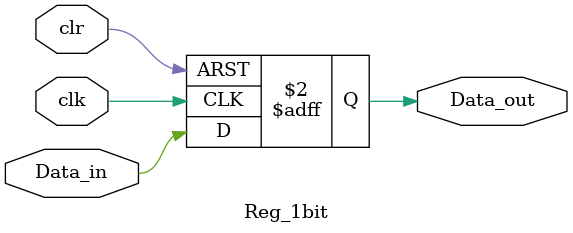
<source format=sv>
module Register_file(RS1,RS2,RSD,Data_in,clr,Reg_Write,RD1,RD2);
input [4:0] RS1,RS2,RSD;
input [31:0] Data_in;
input clr,Reg_Write;
wire  [31:0] decoder_wire;
wire [1023:0] Data_bus;
output[31:0] RD1,RD2;


Double_MUX_32_5bit_sel MUX32(
										.RS1(RS1),
										.RS2(RS2),
										.out1(RD1),
										.out2(RD2),
										.Data_out(Data_bus)
										);
										
Register_block block(
							.choose(decoder_wire),
							.enable(1'b1),
							.clr(clr),
							.clk(Reg_Write),
							.Data_in(Data_in),
							.Data_out(Data_bus)
							);
							
Decoder_5bit Decode(
							.RSD(RSD),
							.Reg_select(decoder_wire)
							);


endmodule 
//=============================================
module Double_MUX_32_5bit_sel(RS1,RS2,out1,out2,Data_out);
input [1023:0]Data_out;
wire [31:0] Data1 [31:0];
wire [31:0] Data2 [31:0];
input [4:0] RS1,RS2;
wire [31:0] bus1 [31:0];
wire [31:0] bus2 [31:0];
output[31:0] out1,out2;

generate
	genvar i,j,k;
	for(k=0;k<32;k++)begin : rewire1
							assign Data1[k] = Data_out[31+(32*k):0+(32*k)];  
	end
	for(j=0;j<32;j++) begin : bit_width1
		for(i=0;i<32;i++)begin : select1
					assign bus1[j][i] = Data1[i][j]&((RS1[4]~^((i&16)>>4)) & (RS1[3]~^((i&8)>>3)) & (RS1[2]~^((i&4)>>2)) & (RS1[1]~^((i&2)>>1)) & (RS1[0]~^(i&1)));
		end
		assign out1[j] = 	bus1[j][0]|bus1[j][1]|bus1[j][2]|bus1[j][3]|bus1[j][4]|bus1[j][5]|bus1[j][6]|bus1[j][7]|
								bus1[j][8]|bus1[j][9]|bus1[j][10]|bus1[j][11]|bus1[j][12]|bus1[j][13]|bus1[j][14]|bus1[j][15]|
								bus1[j][16]|bus1[j][17]|bus1[j][18]|bus1[j][19]|bus1[j][20]|bus1[j][21]|bus1[j][22]|bus1[j][23]|
								bus1[j][24]|bus1[j][25]|bus1[j][26]|bus1[j][27]|bus1[j][28]|bus1[j][29]|bus1[j][30]|bus1[j][31];
	end
	for(k=0;k<32;k++)begin : rewire2
							assign Data2[k] = Data_out[31+(32*k):0+(32*k)];  
	end
	for(j=0;j<32;j++) begin : bit_width2
		for(i=0;i<32;i++)begin : select2
					assign bus2[j][i] = Data2[i][j]&((RS2[4]~^((i&16)>>4)) & (RS2[3]~^((i&8)>>3)) & (RS2[2]~^((i&4)>>2)) & (RS2[1]~^((i&2)>>1)) & (RS2[0]~^(i&1)));
		end
		assign out2[j] = 	bus2[j][0]|bus2[j][1]|bus2[j][2]|bus2[j][3]|bus2[j][4]|bus2[j][5]|bus2[j][6]|bus2[j][7]|
								bus2[j][8]|bus2[j][9]|bus2[j][10]|bus2[j][11]|bus2[j][12]|bus2[j][13]|bus2[j][14]|bus2[j][15]|
								bus2[j][16]|bus2[j][17]|bus2[j][18]|bus2[j][19]|bus2[j][20]|bus2[j][21]|bus2[j][22]|bus2[j][23]|
								bus2[j][24]|bus2[j][25]|bus2[j][26]|bus2[j][27]|bus2[j][28]|bus2[j][29]|bus2[j][30]|bus2[j][31];
	end
	endgenerate
	
endmodule 

//=============================================
module Decoder_5bit(RSD,Reg_select);

input [4:0] RSD;
output[31:0] Reg_select;
	generate
	genvar i;
		for(i=0;i<32;i++)begin : select
					assign Reg_select[i] = ~(RSD[4]^((i&16)>>4)) & ~(RSD[3]^((i&8)>>3)) & ~(RSD[2]^((i&4)>>2)) & ~(RSD[1]^((i&2)>>1)) & ~(RSD[0]^(i&1));
		end
	endgenerate

endmodule 

//=============================================

module Register_block(choose,enable,clr,clk,Data_in,Data_out);

input clr,clk,enable;
input 	[31:0] choose;
input 	[31:0] Data_in;
wire 		[31:0] Data [31:0];
output 	[1023:0] Data_out;
assign Data_out = {	Data[31],Data[30],Data[29],Data[28],Data[27],Data[26],Data[25],Data[24],Data[23],Data[22],Data[21],Data[20],Data[19],Data[18],Data[17],Data[16],
							Data[15],Data[14],Data[13],Data[12],Data[11],Data[10],Data[9],Data[8],Data[7],Data[6],Data[5],Data[4],Data[3],Data[2],Data[1],Data[0]};
generate
	genvar i;
	for(i=0;i<32;i++)begin : REG_bar
			Reg_32bit r(.enable(enable),.choose(choose[i]),.clr(clr),.clk(clk),.Data_in(Data_in),.Data_out(Data[i]));
	end

endgenerate

endmodule 


//=============================================
module Reg_32bit(enable,choose,clr,clk,Data_in,Data_out);

input enable,choose,clr,clk;
input 	[31:0] Data_in;
output 	[31:0] Data_out;


generate
	genvar i;
	for(i=0;i<32;i++)begin : REG
			Reg_1bit r(.clr(clr),.clk(clk & choose & enable ),.Data_in(Data_in[i]),.Data_out(Data_out[i]));
	end

endgenerate

endmodule 
//=============================================
module Reg_1bit(clr,clk,Data_in,Data_out);
input clr,clk,Data_in;
output reg Data_out;
//initial begin 
//	clr <= 1;
//end
always @(posedge clk or posedge clr)begin
  if(clr) Data_out <= 1'b0 ;
  else Data_out <= Data_in;
end

endmodule 
//=============================================

</source>
